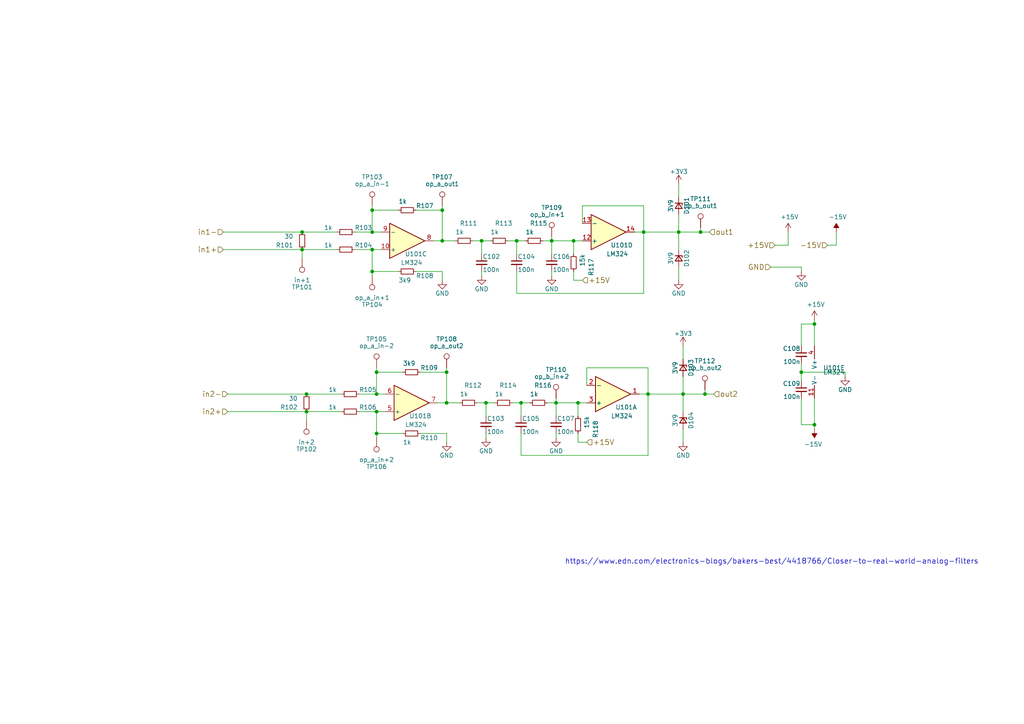
<source format=kicad_sch>
(kicad_sch (version 20211123) (generator eeschema)
  (paper "A4")
  (lib_symbols
    (symbol "Amplifier_Operational:LM324" (pin_names (offset 0.127))
      (property "Reference" "U" (at 0 5.08 0))
      (property "Value" "LM324" (at 0 -5.08 0))
      (symbol "LM324_1_1"
        (polyline (pts (xy -5.08 5.08) (xy 5.08 0) (xy -5.08 -5.08) (xy -5.08 5.08)) (stroke (width 0.254)) (fill (type background)))
        (pin output line (at 7.62 0 180) (length 2.54) (name "~") (number "1"))
        (pin input line (at -7.62 -2.54 0) (length 2.54) (name "-") (number "2"))
        (pin input line (at -7.62 2.54 0) (length 2.54) (name "+") (number "3"))
      )
      (symbol "LM324_2_1"
        (polyline (pts (xy -5.08 5.08) (xy 5.08 0) (xy -5.08 -5.08) (xy -5.08 5.08)) (stroke (width 0.254)) (fill (type background)))
        (pin input line (at -7.62 2.54 0) (length 2.54) (name "+") (number "5"))
        (pin input line (at -7.62 -2.54 0) (length 2.54) (name "-") (number "6"))
        (pin output line (at 7.62 0 180) (length 2.54) (name "~") (number "7"))
      )
      (symbol "LM324_3_1"
        (polyline (pts (xy -5.08 5.08) (xy 5.08 0) (xy -5.08 -5.08) (xy -5.08 5.08)) (stroke (width 0.254)) (fill (type background)))
        (pin input line (at -7.62 2.54 0) (length 2.54) (name "+") (number "10"))
        (pin output line (at 7.62 0 180) (length 2.54) (name "~") (number "8"))
        (pin input line (at -7.62 -2.54 0) (length 2.54) (name "-") (number "9"))
      )
      (symbol "LM324_4_1"
        (polyline (pts (xy -5.08 5.08) (xy 5.08 0) (xy -5.08 -5.08) (xy -5.08 5.08)) (stroke (width 0.254)) (fill (type background)))
        (pin input line (at -7.62 2.54 0) (length 2.54) (name "+") (number "12"))
        (pin input line (at -7.62 -2.54 0) (length 2.54) (name "-") (number "13"))
        (pin output line (at 7.62 0 180) (length 2.54) (name "~") (number "14"))
      )
      (symbol "LM324_5_1"
        (pin power_in line (at -2.54 -7.62 90) (length 3.81) (name "V-") (number "11"))
        (pin power_in line (at -2.54 7.62 270) (length 3.81) (name "V+") (number "4"))
      )
    )
    (symbol "Connector:TestPoint" (pin_numbers hide) (pin_names (offset 0.762) hide)
      (property "Reference" "TP" (at 0 6.858 0))
      (property "Value" "TestPoint" (at 0 5.08 0))
      (symbol "TestPoint_0_1"
        (circle (center 0 3.302) (radius 0.762))
      )
      (symbol "TestPoint_1_1"
        (pin passive line (at 0 0 90) (length 2.54) (name "1") (number "1"))
      )
    )
    (symbol "Device:C_Small" (pin_numbers hide) (pin_names (offset 0.254) hide)
      (property "Reference" "C" (at 0.254 1.778 0))
      (property "Value" "C_Small" (at 0.254 -2.032 0))
      (symbol "C_Small_0_1"
        (polyline (pts (xy -1.524 -0.508) (xy 1.524 -0.508)) (stroke (width 0.3302)))
        (polyline (pts (xy -1.524 0.508) (xy 1.524 0.508)) (stroke (width 0.3048)))
      )
      (symbol "C_Small_1_1"
        (pin passive line (at 0 2.54 270) (length 2.032) (name "~") (number "1"))
        (pin passive line (at 0 -2.54 90) (length 2.032) (name "~") (number "2"))
      )
    )
    (symbol "Device:D_Zener_Small" (pin_numbers hide) (pin_names (offset 0.254) hide)
      (property "Reference" "D" (at 0 2.286 0))
      (property "Value" "D_Zener_Small" (at 0 -2.286 0))
      (symbol "D_Zener_Small_0_1"
        (polyline (pts (xy 0.762 0) (xy -0.762 0)))
        (polyline (pts (xy -0.254 1.016) (xy -0.762 1.016) (xy -0.762 -1.016)) (stroke (width 0.254)))
        (polyline (pts (xy 0.762 1.016) (xy -0.762 0) (xy 0.762 -1.016) (xy 0.762 1.016)) (stroke (width 0.254)))
      )
      (symbol "D_Zener_Small_1_1"
        (pin passive line (at -2.54 0 0) (length 1.778) (name "K") (number "1"))
        (pin passive line (at 2.54 0 180) (length 1.778) (name "A") (number "2"))
      )
    )
    (symbol "Device:R_Small" (pin_numbers hide) (pin_names (offset 0.254) hide)
      (property "Reference" "R" (at 0.762 0.508 0))
      (property "Value" "R_Small" (at 0.762 -1.016 0))
      (symbol "R_Small_0_1"
        (rectangle (start -0.762 1.778) (end 0.762 -1.778) (stroke (width 0.2032)))
      )
      (symbol "R_Small_1_1"
        (pin passive line (at 0 2.54 270) (length 0.762) (name "~") (number "1"))
        (pin passive line (at 0 -2.54 90) (length 0.762) (name "~") (number "2"))
      )
    )
    (symbol "power:+15V" (power) (pin_names (offset 0))
      (property "Value" "+15V" (at 0 3.556 0))
      (symbol "+15V_0_1"
        (polyline (pts (xy -0.762 1.27) (xy 0 2.54)))
        (polyline (pts (xy 0 0) (xy 0 2.54)))
        (polyline (pts (xy 0 2.54) (xy 0.762 1.27)))
      )
      (symbol "+15V_1_1"
        (pin power_in line (at 0 0 90) (length 0) hide (name "+15V") (number "1"))
      )
    )
    (symbol "power:+3.3V" (power) (pin_names (offset 0))
      (property "Value" "+3.3V" (at 0 3.556 0))
      (symbol "+3.3V_0_1"
        (polyline (pts (xy -0.762 1.27) (xy 0 2.54)))
        (polyline (pts (xy 0 0) (xy 0 2.54)))
        (polyline (pts (xy 0 2.54) (xy 0.762 1.27)))
      )
      (symbol "+3.3V_1_1"
        (pin power_in line (at 0 0 90) (length 0) hide (name "+3V3") (number "1"))
      )
    )
    (symbol "power:-15V" (power) (pin_names (offset 0))
      (property "Value" "-15V" (at 0 3.81 0))
      (symbol "-15V_0_0"
        (pin power_in line (at 0 0 90) (length 0) hide (name "-15V") (number "1"))
      )
      (symbol "-15V_0_1"
        (polyline (pts (xy 0 0) (xy 0 1.27) (xy 0.762 1.27) (xy 0 2.54) (xy -0.762 1.27) (xy 0 1.27)) (fill (type outline)))
      )
    )
    (symbol "power:GND" (power) (pin_names (offset 0))
      (property "Value" "GND" (at 0 -3.81 0))
      (symbol "GND_0_1"
        (polyline (pts (xy 0 0) (xy 0 -1.27) (xy 1.27 -1.27) (xy 0 -2.54) (xy -1.27 -1.27) (xy 0 -1.27)))
      )
      (symbol "GND_1_1"
        (pin power_in line (at 0 0 270) (length 0) hide (name "GND") (number "1"))
      )
    )
  )
  (junction (at 139.7 69.85))
  (junction (at 204.47 114.3))
  (junction (at 107.95 60.96))
  (junction (at 149.86 69.85))
  (junction (at 151.13 116.84))
  (junction (at 109.22 119.38))
  (junction (at 236.22 93.98))
  (junction (at 186.69 67.31))
  (junction (at 187.96 114.3))
  (junction (at 109.22 114.3))
  (junction (at 88.9 119.38))
  (junction (at 198.12 114.3))
  (junction (at 109.22 107.95))
  (junction (at 128.27 60.96))
  (junction (at 87.63 67.31))
  (junction (at 167.64 116.84))
  (junction (at 107.95 67.31))
  (junction (at 109.22 125.73))
  (junction (at 107.95 72.39))
  (junction (at 87.63 72.39))
  (junction (at 203.2 67.31))
  (junction (at 166.37 69.85))
  (junction (at 160.02 69.85))
  (junction (at 236.22 123.19))
  (junction (at 88.9 114.3))
  (junction (at 129.54 116.84))
  (junction (at 196.85 67.31))
  (junction (at 128.27 69.85))
  (junction (at 107.95 78.74))
  (junction (at 140.97 116.84))
  (junction (at 232.41 107.95))
  (junction (at 161.29 116.84))
  (junction (at 129.54 107.95))
  (wire (pts (xy 129.54 128.27) (xy 129.54 125.73)))
  (wire (pts (xy 88.9 114.3) (xy 99.06 114.3)))
  (wire (pts (xy 151.13 116.84) (xy 153.67 116.84)))
  (wire (pts (xy 232.41 107.95) (xy 245.11 107.95)))
  (wire (pts (xy 166.37 69.85) (xy 168.91 69.85)))
  (wire (pts (xy 240.03 71.12) (xy 242.57 71.12)))
  (wire (pts (xy 140.97 116.84) (xy 143.51 116.84)))
  (wire (pts (xy 167.64 125.73) (xy 167.64 128.27)))
  (wire (pts (xy 232.41 107.95) (xy 232.41 105.41)))
  (wire (pts (xy 196.85 77.47) (xy 196.85 81.28)))
  (wire (pts (xy 88.9 119.38) (xy 88.9 121.92)))
  (wire (pts (xy 166.37 73.66) (xy 166.37 69.85)))
  (wire (pts (xy 128.27 78.74) (xy 120.65 78.74)))
  (wire (pts (xy 139.7 69.85) (xy 142.24 69.85)))
  (wire (pts (xy 236.22 123.19) (xy 236.22 124.46)))
  (wire (pts (xy 151.13 120.65) (xy 151.13 116.84)))
  (wire (pts (xy 115.57 60.96) (xy 107.95 60.96)))
  (wire (pts (xy 168.91 59.69) (xy 168.91 64.77)))
  (wire (pts (xy 198.12 119.38) (xy 198.12 114.3)))
  (wire (pts (xy 166.37 81.28) (xy 168.91 81.28)))
  (wire (pts (xy 109.22 125.73) (xy 109.22 127)))
  (wire (pts (xy 127 116.84) (xy 129.54 116.84)))
  (wire (pts (xy 128.27 59.69) (xy 128.27 60.96)))
  (wire (pts (xy 167.64 116.84) (xy 170.18 116.84)))
  (wire (pts (xy 102.87 67.31) (xy 107.95 67.31)))
  (wire (pts (xy 149.86 73.66) (xy 149.86 69.85)))
  (wire (pts (xy 88.9 119.38) (xy 99.06 119.38)))
  (wire (pts (xy 129.54 125.73) (xy 121.92 125.73)))
  (wire (pts (xy 160.02 69.85) (xy 160.02 73.66)))
  (wire (pts (xy 87.63 72.39) (xy 87.63 74.93)))
  (wire (pts (xy 198.12 124.46) (xy 198.12 128.27)))
  (wire (pts (xy 107.95 67.31) (xy 110.49 67.31)))
  (wire (pts (xy 107.95 59.69) (xy 107.95 60.96)))
  (wire (pts (xy 187.96 114.3) (xy 187.96 132.08)))
  (wire (pts (xy 149.86 69.85) (xy 152.4 69.85)))
  (wire (pts (xy 196.85 57.15) (xy 196.85 53.34)))
  (wire (pts (xy 232.41 93.98) (xy 232.41 100.33)))
  (wire (pts (xy 204.47 114.3) (xy 204.47 113.03)))
  (wire (pts (xy 121.92 107.95) (xy 129.54 107.95)))
  (wire (pts (xy 232.41 110.49) (xy 232.41 107.95)))
  (wire (pts (xy 198.12 109.22) (xy 198.12 114.3)))
  (wire (pts (xy 129.54 106.68) (xy 129.54 107.95)))
  (wire (pts (xy 168.91 59.69) (xy 186.69 59.69)))
  (wire (pts (xy 187.96 106.68) (xy 187.96 114.3)))
  (wire (pts (xy 204.47 114.3) (xy 207.01 114.3)))
  (wire (pts (xy 161.29 125.73) (xy 161.29 127)))
  (wire (pts (xy 109.22 114.3) (xy 111.76 114.3)))
  (wire (pts (xy 160.02 69.85) (xy 166.37 69.85)))
  (wire (pts (xy 116.84 107.95) (xy 109.22 107.95)))
  (wire (pts (xy 203.2 67.31) (xy 203.2 66.04)))
  (wire (pts (xy 236.22 123.19) (xy 232.41 123.19)))
  (wire (pts (xy 147.32 69.85) (xy 149.86 69.85)))
  (wire (pts (xy 245.11 107.95) (xy 245.11 109.22)))
  (wire (pts (xy 129.54 107.95) (xy 129.54 116.84)))
  (wire (pts (xy 151.13 132.08) (xy 151.13 125.73)))
  (wire (pts (xy 186.69 59.69) (xy 186.69 67.31)))
  (wire (pts (xy 109.22 119.38) (xy 111.76 119.38)))
  (wire (pts (xy 158.75 116.84) (xy 161.29 116.84)))
  (wire (pts (xy 64.77 72.39) (xy 87.63 72.39)))
  (wire (pts (xy 186.69 67.31) (xy 186.69 85.09)))
  (wire (pts (xy 120.65 60.96) (xy 128.27 60.96)))
  (wire (pts (xy 139.7 80.01) (xy 139.7 78.74)))
  (wire (pts (xy 104.14 114.3) (xy 109.22 114.3)))
  (wire (pts (xy 186.69 67.31) (xy 196.85 67.31)))
  (wire (pts (xy 161.29 115.57) (xy 161.29 116.84)))
  (wire (pts (xy 236.22 115.57) (xy 236.22 123.19)))
  (wire (pts (xy 66.04 119.38) (xy 88.9 119.38)))
  (wire (pts (xy 160.02 68.58) (xy 160.02 69.85)))
  (wire (pts (xy 128.27 81.28) (xy 128.27 78.74)))
  (wire (pts (xy 151.13 132.08) (xy 187.96 132.08)))
  (wire (pts (xy 196.85 72.39) (xy 196.85 67.31)))
  (wire (pts (xy 137.16 69.85) (xy 139.7 69.85)))
  (wire (pts (xy 161.29 116.84) (xy 167.64 116.84)))
  (wire (pts (xy 107.95 78.74) (xy 115.57 78.74)))
  (wire (pts (xy 140.97 120.65) (xy 140.97 116.84)))
  (wire (pts (xy 203.2 67.31) (xy 205.74 67.31)))
  (wire (pts (xy 223.52 77.47) (xy 232.41 77.47)))
  (wire (pts (xy 109.22 107.95) (xy 109.22 114.3)))
  (wire (pts (xy 236.22 93.98) (xy 236.22 100.33)))
  (wire (pts (xy 187.96 114.3) (xy 198.12 114.3)))
  (wire (pts (xy 109.22 125.73) (xy 116.84 125.73)))
  (wire (pts (xy 196.85 62.23) (xy 196.85 67.31)))
  (wire (pts (xy 184.15 67.31) (xy 186.69 67.31)))
  (wire (pts (xy 128.27 60.96) (xy 128.27 69.85)))
  (wire (pts (xy 107.95 72.39) (xy 107.95 78.74)))
  (wire (pts (xy 157.48 69.85) (xy 160.02 69.85)))
  (wire (pts (xy 107.95 72.39) (xy 110.49 72.39)))
  (wire (pts (xy 149.86 85.09) (xy 149.86 78.74)))
  (wire (pts (xy 167.64 120.65) (xy 167.64 116.84)))
  (wire (pts (xy 102.87 72.39) (xy 107.95 72.39)))
  (wire (pts (xy 166.37 78.74) (xy 166.37 81.28)))
  (wire (pts (xy 139.7 73.66) (xy 139.7 69.85)))
  (wire (pts (xy 232.41 115.57) (xy 232.41 123.19)))
  (wire (pts (xy 107.95 60.96) (xy 107.95 67.31)))
  (wire (pts (xy 170.18 106.68) (xy 170.18 111.76)))
  (wire (pts (xy 66.04 114.3) (xy 88.9 114.3)))
  (wire (pts (xy 107.95 78.74) (xy 107.95 80.01)))
  (wire (pts (xy 198.12 114.3) (xy 204.47 114.3)))
  (wire (pts (xy 170.18 106.68) (xy 187.96 106.68)))
  (wire (pts (xy 198.12 104.14) (xy 198.12 100.33)))
  (wire (pts (xy 236.22 93.98) (xy 232.41 93.98)))
  (wire (pts (xy 160.02 78.74) (xy 160.02 80.01)))
  (wire (pts (xy 196.85 67.31) (xy 203.2 67.31)))
  (wire (pts (xy 232.41 77.47) (xy 232.41 78.74)))
  (wire (pts (xy 149.86 85.09) (xy 186.69 85.09)))
  (wire (pts (xy 104.14 119.38) (xy 109.22 119.38)))
  (wire (pts (xy 87.63 72.39) (xy 97.79 72.39)))
  (wire (pts (xy 242.57 71.12) (xy 242.57 67.31)))
  (wire (pts (xy 138.43 116.84) (xy 140.97 116.84)))
  (wire (pts (xy 167.64 128.27) (xy 170.18 128.27)))
  (wire (pts (xy 228.6 71.12) (xy 228.6 67.31)))
  (wire (pts (xy 64.77 67.31) (xy 87.63 67.31)))
  (wire (pts (xy 128.27 69.85) (xy 132.08 69.85)))
  (wire (pts (xy 129.54 116.84) (xy 133.35 116.84)))
  (wire (pts (xy 125.73 69.85) (xy 128.27 69.85)))
  (wire (pts (xy 148.59 116.84) (xy 151.13 116.84)))
  (wire (pts (xy 185.42 114.3) (xy 187.96 114.3)))
  (wire (pts (xy 224.79 71.12) (xy 228.6 71.12)))
  (wire (pts (xy 109.22 119.38) (xy 109.22 125.73)))
  (wire (pts (xy 236.22 92.71) (xy 236.22 93.98)))
  (wire (pts (xy 109.22 106.68) (xy 109.22 107.95)))
  (wire (pts (xy 161.29 116.84) (xy 161.29 120.65)))
  (wire (pts (xy 87.63 67.31) (xy 97.79 67.31)))
  (wire (pts (xy 140.97 127) (xy 140.97 125.73)))
  (text "https://www.edn.com/electronics-blogs/bakers-best/4418766/Closer-to-real-world-analog-filters" (at 163.83 163.83 0) (effects (font (size 1.524 1.524)) (justify left bottom)))
  (hierarchical_label "+15V" (shape input) (at 224.79 71.12 180) (effects (font (size 1.524 1.524))))
  (hierarchical_label "in2+" (shape input) (at 66.04 119.38 180) (effects (font (size 1.524 1.524))))
  (hierarchical_label "-15V" (shape input) (at 240.03 71.12 180) (effects (font (size 1.524 1.524))))
  (hierarchical_label "out1" (shape input) (at 205.74 67.31 0) (effects (font (size 1.524 1.524))))
  (hierarchical_label "in2-" (shape input) (at 66.04 114.3 180) (effects (font (size 1.524 1.524))))
  (hierarchical_label "+15V" (shape input) (at 170.18 128.27 0) (effects (font (size 1.524 1.524))))
  (hierarchical_label "in1+" (shape input) (at 64.77 72.39 180) (effects (font (size 1.524 1.524))))
  (hierarchical_label "out2" (shape input) (at 207.01 114.3 0) (effects (font (size 1.524 1.524))))
  (hierarchical_label "in1-" (shape input) (at 64.77 67.31 180) (effects (font (size 1.524 1.524))))
  (hierarchical_label "+15V" (shape input) (at 168.91 81.28 0) (effects (font (size 1.524 1.524))))
  (hierarchical_label "GND" (shape input) (at 223.52 77.47 180) (effects (font (size 1.524 1.524))))
  (symbol (lib_id "Device:R_Small") (at 100.33 67.31 270) (unit 1)
    (property "Reference" "R103" (at 102.87 66.04 90) (effects (justify left)))
    (property "Value" "1k" (at 93.98 66.04 90) (effects (justify left)))
    (property "Footprint" "Resistor_SMD:R_0603_1608Metric_Pad0.98x0.95mm_HandSolder" (effects hide))
  )
  (symbol (lib_id "Device:R_Small") (at 100.33 72.39 270) (unit 1)
    (property "Reference" "R104" (at 102.87 71.12 90) (effects (justify left)))
    (property "Value" "1k" (at 93.98 71.12 90) (effects (justify left)))
    (property "Footprint" "Resistor_SMD:R_0603_1608Metric_Pad0.98x0.95mm_HandSolder" (effects hide))
  )
  (symbol (lib_id "Device:R_Small") (at 144.78 69.85 270) (unit 1)
    (property "Reference" "R113" (at 143.51 64.77 90) (effects (justify left)))
    (property "Value" "1k" (at 142.24 67.31 90) (effects (justify left)))
    (property "Footprint" "Resistor_SMD:R_0603_1608Metric_Pad0.98x0.95mm_HandSolder" (effects hide))
  )
  (symbol (lib_id "Device:R_Small") (at 154.94 69.85 270) (unit 1)
    (property "Reference" "R115" (at 153.67 64.77 90) (effects (justify left)))
    (property "Value" "1k" (at 152.4 67.31 90) (effects (justify left)))
    (property "Footprint" "Resistor_SMD:R_0603_1608Metric_Pad0.98x0.95mm_HandSolder" (effects hide))
  )
  (symbol (lib_id "Device:C_Small") (at 160.02 76.2 0) (unit 1)
    (property "Reference" "C106" (at 160.274 74.422 0) (effects (justify left)))
    (property "Value" "100n" (at 160.274 78.232 0) (effects (justify left)))
    (property "Footprint" "Capacitor_SMD:C_0603_1608Metric_Pad1.08x0.95mm_HandSolder" (effects hide))
  )
  (symbol (lib_id "Device:C_Small") (at 149.86 76.2 0) (unit 1)
    (property "Reference" "C104" (at 150.114 74.422 0) (effects (justify left)))
    (property "Value" "100n" (at 150.114 78.232 0) (effects (justify left)))
    (property "Footprint" "Capacitor_SMD:C_0603_1608Metric_Pad1.08x0.95mm_HandSolder" (effects hide))
  )
  (symbol (lib_id "Connector:TestPoint") (at 128.27 59.69 0) (unit 1)
    (property "Reference" "TP107" (at 128.27 52.07 0) (effects (justify bottom)))
    (property "Value" "op_a_out1" (at 128.27 53.34 0))
    (property "Footprint" "TestPoint:TestPoint_Pad_2.0x2.0mm" (effects hide))
  )
  (symbol (lib_id "Device:R_Small") (at 118.11 60.96 270) (unit 1)
    (property "Reference" "R107" (at 120.65 59.69 90) (effects (justify left)))
    (property "Value" "1k" (at 115.57 58.42 90) (effects (justify left)))
    (property "Footprint" "Resistor_SMD:R_0603_1608Metric_Pad0.98x0.95mm_HandSolder" (effects hide))
  )
  (symbol (lib_id "Device:R_Small") (at 118.11 78.74 270) (mirror x) (unit 1)
    (property "Reference" "R108" (at 120.65 80.01 90) (effects (justify left)))
    (property "Value" "3k9" (at 115.57 81.28 90) (effects (justify left)))
    (property "Footprint" "Resistor_SMD:R_0603_1608Metric_Pad0.98x0.95mm_HandSolder" (effects hide))
  )
  (symbol (lib_id "Connector:TestPoint") (at 107.95 59.69 0) (unit 1)
    (property "Reference" "TP103" (at 107.95 52.07 0) (effects (justify bottom)))
    (property "Value" "op_a_in-1" (at 107.95 53.34 0))
    (property "Footprint" "TestPoint:TestPoint_Pad_2.0x2.0mm" (effects hide))
  )
  (symbol (lib_id "Connector:TestPoint") (at 107.95 80.01 180) (unit 1)
    (property "Reference" "TP104" (at 107.95 87.63 0) (effects (justify bottom)))
    (property "Value" "op_a_in+1" (at 107.95 86.36 0))
    (property "Footprint" "TestPoint:TestPoint_Pad_2.0x2.0mm" (effects hide))
  )
  (symbol (lib_id "Device:R_Small") (at 87.63 69.85 180) (unit 1)
    (property "Reference" "R101" (at 85.09 71.12 0) (effects (justify left)))
    (property "Value" "30" (at 85.09 68.58 0) (effects (justify left)))
    (property "Footprint" "Resistor_SMD:R_0603_1608Metric_Pad0.98x0.95mm_HandSolder" (effects hide))
  )
  (symbol (lib_id "Connector:TestPoint") (at 203.2 66.04 0) (unit 1)
    (property "Reference" "TP111" (at 203.2 58.42 0) (effects (justify bottom)))
    (property "Value" "op_b_out1" (at 203.2 59.69 0))
    (property "Footprint" "TestPoint:TestPoint_Pad_2.0x2.0mm" (effects hide))
  )
  (symbol (lib_id "Connector:TestPoint") (at 160.02 68.58 0) (mirror y) (unit 1)
    (property "Reference" "TP109" (at 160.02 60.96 0) (effects (justify bottom)))
    (property "Value" "op_b_in+1" (at 158.75 62.23 0))
    (property "Footprint" "TestPoint:TestPoint_Pad_2.0x2.0mm" (effects hide))
  )
  (symbol (lib_id "Connector:TestPoint") (at 87.63 74.93 180) (unit 1)
    (property "Reference" "TP101" (at 87.63 82.55 0) (effects (justify bottom)))
    (property "Value" "in+1" (at 87.63 81.28 0))
    (property "Footprint" "TestPoint:TestPoint_Pad_2.0x2.0mm" (effects hide))
  )
  (symbol (lib_id "power:GND") (at 232.41 78.74 0) (unit 1)
    (property "Reference" "#PWR0122" (effects hide))
    (property "Value" "GND" (at 232.41 82.55 0))
  )
  (symbol (lib_id "Device:R_Small") (at 134.62 69.85 270) (unit 1)
    (property "Reference" "R111" (at 133.35 64.77 90) (effects (justify left)))
    (property "Value" "1k" (at 132.08 67.31 90) (effects (justify left)))
    (property "Footprint" "Resistor_SMD:R_0603_1608Metric_Pad0.98x0.95mm_HandSolder" (effects hide))
  )
  (symbol (lib_id "Device:C_Small") (at 139.7 76.2 0) (unit 1)
    (property "Reference" "C102" (at 139.954 74.422 0) (effects (justify left)))
    (property "Value" "100n" (at 139.954 78.232 0) (effects (justify left)))
    (property "Footprint" "Capacitor_SMD:C_0603_1608Metric_Pad1.08x0.95mm_HandSolder" (effects hide))
  )
  (symbol (lib_id "power:GND") (at 196.85 81.28 0) (unit 1)
    (property "Reference" "#PWR0116" (effects hide))
    (property "Value" "GND" (at 196.85 85.09 0))
  )
  (symbol (lib_id "power:GND") (at 160.02 80.01 0) (unit 1)
    (property "Reference" "#PWR0113" (effects hide))
    (property "Value" "GND" (at 160.02 83.82 0))
  )
  (symbol (lib_id "power:GND") (at 139.7 80.01 0) (unit 1)
    (property "Reference" "#PWR0111" (effects hide))
    (property "Value" "GND" (at 139.7 83.82 0))
  )
  (symbol (lib_id "power:GND") (at 128.27 81.28 0) (unit 1)
    (property "Reference" "#PWR0109" (effects hide))
    (property "Value" "GND" (at 128.27 85.09 0))
  )
  (symbol (lib_id "Amplifier_Operational:LM324") (at 118.11 69.85 0) (mirror x) (unit 3)
    (property "Reference" "U101" (at 120.65 73.66 0))
    (property "Value" "LM324" (at 119.38 76.2 0))
    (property "Footprint" "Package_SO:SOIC-14_3.9x8.7mm_P1.27mm" (effects hide))
    (property "Datasheet" "http://www.ti.com/lit/ds/symlink/lm2902-n.pdf" (effects hide))
  )
  (symbol (lib_id "Amplifier_Operational:LM324") (at 176.53 67.31 0) (mirror x) (unit 4)
    (property "Reference" "U101" (at 180.34 71.12 0))
    (property "Value" "LM324" (at 179.07 73.66 0))
    (property "Footprint" "Package_SO:SOIC-14_3.9x8.7mm_P1.27mm" (effects hide))
    (property "Datasheet" "http://www.ti.com/lit/ds/symlink/lm2902-n.pdf" (effects hide))
  )
  (symbol (lib_id "Amplifier_Operational:LM324") (at 233.68 107.95 0) (mirror y) (unit 5)
    (property "Reference" "U101" (at 238.76 106.68 0) (effects (justify right)))
    (property "Value" "LM324" (at 238.76 107.95 0) (effects (justify right)))
    (property "Footprint" "Package_SO:SOIC-14_3.9x8.7mm_P1.27mm" (effects hide))
    (property "Datasheet" "http://www.ti.com/lit/ds/symlink/lm2902-n.pdf" (effects hide))
  )
  (symbol (lib_id "Device:C_Small") (at 232.41 102.87 0) (mirror y) (unit 1)
    (property "Reference" "C108" (at 232.156 101.092 0) (effects (justify left)))
    (property "Value" "100n" (at 232.156 104.902 0) (effects (justify left)))
    (property "Footprint" "Capacitor_SMD:C_0603_1608Metric_Pad1.08x0.95mm_HandSolder" (effects hide))
  )
  (symbol (lib_id "Device:D_Zener_Small") (at 196.85 59.69 270) (unit 1)
    (property "Reference" "D101" (at 199.136 59.69 0))
    (property "Value" "3V9" (at 194.564 59.69 0))
    (property "Footprint" "Diode_SMD:D_MiniMELF_Handsoldering" (effects hide))
  )
  (symbol (lib_id "Device:R_Small") (at 166.37 76.2 180) (unit 1)
    (property "Reference" "R117" (at 171.45 74.93 90) (effects (justify left)))
    (property "Value" "15k" (at 168.91 73.66 90) (effects (justify left)))
    (property "Footprint" "Resistor_SMD:R_0603_1608Metric_Pad0.98x0.95mm_HandSolder" (effects hide))
  )
  (symbol (lib_id "power:+15V") (at 228.6 67.31 0) (unit 1)
    (property "Reference" "#PWR0121" (effects hide))
    (property "Value" "+15V" (at 228.981 62.9158 0))
  )
  (symbol (lib_id "power:-15V") (at 242.57 67.31 0) (unit 1)
    (property "Reference" "#PWR0124" (effects hide))
    (property "Value" "-15V" (at 242.951 62.9158 0))
  )
  (symbol (lib_id "Device:C_Small") (at 232.41 113.03 0) (mirror y) (unit 1)
    (property "Reference" "C109" (at 232.156 111.252 0) (effects (justify left)))
    (property "Value" "100n" (at 232.156 115.062 0) (effects (justify left)))
    (property "Footprint" "Capacitor_SMD:C_0603_1608Metric_Pad1.08x0.95mm_HandSolder" (effects hide))
  )
  (symbol (lib_id "power:+15V") (at 236.22 92.71 0) (unit 1)
    (property "Reference" "#PWR0119" (effects hide))
    (property "Value" "+15V" (at 236.601 88.3158 0))
  )
  (symbol (lib_id "power:-15V") (at 236.22 124.46 180) (unit 1)
    (property "Reference" "#PWR0120" (effects hide))
    (property "Value" "-15V" (at 235.839 128.8542 0))
  )
  (symbol (lib_id "power:GND") (at 245.11 109.22 0) (unit 1)
    (property "Reference" "#PWR0123" (effects hide))
    (property "Value" "GND" (at 245.11 113.03 0))
  )
  (symbol (lib_id "Device:R_Small") (at 101.6 114.3 270) (unit 1)
    (property "Reference" "R105" (at 104.14 113.03 90) (effects (justify left)))
    (property "Value" "1k" (at 95.25 113.03 90) (effects (justify left)))
    (property "Footprint" "Resistor_SMD:R_0603_1608Metric_Pad0.98x0.95mm_HandSolder" (effects hide))
  )
  (symbol (lib_id "Device:R_Small") (at 101.6 119.38 270) (unit 1)
    (property "Reference" "R106" (at 104.14 118.11 90) (effects (justify left)))
    (property "Value" "1k" (at 95.25 118.11 90) (effects (justify left)))
    (property "Footprint" "Resistor_SMD:R_0603_1608Metric_Pad0.98x0.95mm_HandSolder" (effects hide))
  )
  (symbol (lib_id "Device:R_Small") (at 146.05 116.84 270) (unit 1)
    (property "Reference" "R114" (at 144.78 111.76 90) (effects (justify left)))
    (property "Value" "1k" (at 143.51 114.3 90) (effects (justify left)))
    (property "Footprint" "Resistor_SMD:R_0603_1608Metric_Pad0.98x0.95mm_HandSolder" (effects hide))
  )
  (symbol (lib_id "Device:R_Small") (at 156.21 116.84 270) (unit 1)
    (property "Reference" "R116" (at 154.94 111.76 90) (effects (justify left)))
    (property "Value" "1k" (at 153.67 114.3 90) (effects (justify left)))
    (property "Footprint" "Resistor_SMD:R_0603_1608Metric_Pad0.98x0.95mm_HandSolder" (effects hide))
  )
  (symbol (lib_id "Device:C_Small") (at 161.29 123.19 0) (unit 1)
    (property "Reference" "C107" (at 161.544 121.412 0) (effects (justify left)))
    (property "Value" "100n" (at 161.544 125.222 0) (effects (justify left)))
    (property "Footprint" "Capacitor_SMD:C_0603_1608Metric_Pad1.08x0.95mm_HandSolder" (effects hide))
  )
  (symbol (lib_id "Device:C_Small") (at 151.13 123.19 0) (unit 1)
    (property "Reference" "C105" (at 151.384 121.412 0) (effects (justify left)))
    (property "Value" "100n" (at 151.384 125.222 0) (effects (justify left)))
    (property "Footprint" "Capacitor_SMD:C_0603_1608Metric_Pad1.08x0.95mm_HandSolder" (effects hide))
  )
  (symbol (lib_id "Connector:TestPoint") (at 129.54 106.68 0) (unit 1)
    (property "Reference" "TP108" (at 129.54 99.06 0) (effects (justify bottom)))
    (property "Value" "op_a_out2" (at 129.54 100.33 0))
    (property "Footprint" "TestPoint:TestPoint_Pad_2.0x2.0mm" (effects hide))
  )
  (symbol (lib_id "Device:R_Small") (at 119.38 107.95 270) (unit 1)
    (property "Reference" "R109" (at 121.92 106.68 90) (effects (justify left)))
    (property "Value" "3k9" (at 116.84 105.41 90) (effects (justify left)))
    (property "Footprint" "Resistor_SMD:R_0603_1608Metric_Pad0.98x0.95mm_HandSolder" (effects hide))
  )
  (symbol (lib_id "Device:R_Small") (at 119.38 125.73 270) (mirror x) (unit 1)
    (property "Reference" "R110" (at 121.92 127 90) (effects (justify left)))
    (property "Value" "1k" (at 116.84 128.27 90) (effects (justify left)))
    (property "Footprint" "Resistor_SMD:R_0603_1608Metric_Pad0.98x0.95mm_HandSolder" (effects hide))
  )
  (symbol (lib_id "Connector:TestPoint") (at 109.22 106.68 0) (unit 1)
    (property "Reference" "TP105" (at 109.22 99.06 0) (effects (justify bottom)))
    (property "Value" "op_a_in-2" (at 109.22 100.33 0))
    (property "Footprint" "TestPoint:TestPoint_Pad_2.0x2.0mm" (effects hide))
  )
  (symbol (lib_id "Connector:TestPoint") (at 109.22 127 180) (unit 1)
    (property "Reference" "TP106" (at 109.22 134.62 0) (effects (justify bottom)))
    (property "Value" "op_a_in+2" (at 109.22 133.35 0))
    (property "Footprint" "TestPoint:TestPoint_Pad_2.0x2.0mm" (effects hide))
  )
  (symbol (lib_id "Device:R_Small") (at 88.9 116.84 180) (unit 1)
    (property "Reference" "R102" (at 86.36 118.11 0) (effects (justify left)))
    (property "Value" "30" (at 86.36 115.57 0) (effects (justify left)))
    (property "Footprint" "Resistor_SMD:R_0603_1608Metric_Pad0.98x0.95mm_HandSolder" (effects hide))
  )
  (symbol (lib_id "Connector:TestPoint") (at 204.47 113.03 0) (unit 1)
    (property "Reference" "TP112" (at 204.47 105.41 0) (effects (justify bottom)))
    (property "Value" "op_b_out2" (at 204.47 106.68 0))
    (property "Footprint" "TestPoint:TestPoint_Pad_2.0x2.0mm" (effects hide))
  )
  (symbol (lib_id "Connector:TestPoint") (at 161.29 115.57 0) (mirror y) (unit 1)
    (property "Reference" "TP110" (at 161.29 107.95 0) (effects (justify bottom)))
    (property "Value" "op_b_in+2" (at 160.02 109.22 0))
    (property "Footprint" "TestPoint:TestPoint_Pad_2.0x2.0mm" (effects hide))
  )
  (symbol (lib_id "Connector:TestPoint") (at 88.9 121.92 180) (unit 1)
    (property "Reference" "TP102" (at 88.9 129.54 0) (effects (justify bottom)))
    (property "Value" "in+2" (at 88.9 128.27 0))
    (property "Footprint" "TestPoint:TestPoint_Pad_2.0x2.0mm" (effects hide))
  )
  (symbol (lib_id "Device:R_Small") (at 135.89 116.84 270) (unit 1)
    (property "Reference" "R112" (at 134.62 111.76 90) (effects (justify left)))
    (property "Value" "1k" (at 133.35 114.3 90) (effects (justify left)))
    (property "Footprint" "Resistor_SMD:R_0603_1608Metric_Pad0.98x0.95mm_HandSolder" (effects hide))
  )
  (symbol (lib_id "Device:C_Small") (at 140.97 123.19 0) (unit 1)
    (property "Reference" "C103" (at 141.224 121.412 0) (effects (justify left)))
    (property "Value" "100n" (at 141.224 125.222 0) (effects (justify left)))
    (property "Footprint" "Capacitor_SMD:C_0603_1608Metric_Pad1.08x0.95mm_HandSolder" (effects hide))
  )
  (symbol (lib_id "Amplifier_Operational:LM324") (at 119.38 116.84 0) (mirror x) (unit 2)
    (property "Reference" "U101" (at 121.92 120.65 0))
    (property "Value" "LM324" (at 120.65 123.19 0))
    (property "Footprint" "Package_SO:SOIC-14_3.9x8.7mm_P1.27mm" (effects hide))
    (property "Datasheet" "http://www.ti.com/lit/ds/symlink/lm2902-n.pdf" (effects hide))
  )
  (symbol (lib_id "Amplifier_Operational:LM324") (at 177.8 114.3 0) (mirror x) (unit 1)
    (property "Reference" "U101" (at 181.61 118.11 0))
    (property "Value" "LM324" (at 180.34 120.65 0))
    (property "Footprint" "Package_SO:SOIC-14_3.9x8.7mm_P1.27mm" (effects hide))
    (property "Datasheet" "http://www.ti.com/lit/ds/symlink/lm2902-n.pdf" (effects hide))
  )
  (symbol (lib_id "power:GND") (at 198.12 128.27 0) (unit 1)
    (property "Reference" "#PWR0118" (effects hide))
    (property "Value" "GND" (at 198.12 132.08 0))
  )
  (symbol (lib_id "power:GND") (at 161.29 127 0) (unit 1)
    (property "Reference" "#PWR0114" (effects hide))
    (property "Value" "GND" (at 161.29 130.81 0))
  )
  (symbol (lib_id "power:GND") (at 140.97 127 0) (unit 1)
    (property "Reference" "#PWR0112" (effects hide))
    (property "Value" "GND" (at 140.97 130.81 0))
  )
  (symbol (lib_id "power:GND") (at 129.54 128.27 0) (unit 1)
    (property "Reference" "#PWR0110" (effects hide))
    (property "Value" "GND" (at 129.54 132.08 0))
  )
  (symbol (lib_id "Device:R_Small") (at 167.64 123.19 180) (unit 1)
    (property "Reference" "R118" (at 172.72 121.92 90) (effects (justify left)))
    (property "Value" "15k" (at 170.18 120.65 90) (effects (justify left)))
    (property "Footprint" "Resistor_SMD:R_0603_1608Metric_Pad0.98x0.95mm_HandSolder" (effects hide))
  )
  (symbol (lib_id "Device:D_Zener_Small") (at 198.12 106.68 270) (unit 1)
    (property "Reference" "D103" (at 200.406 106.68 0))
    (property "Value" "3V9" (at 195.834 106.68 0))
    (property "Footprint" "Diode_SMD:D_MiniMELF_Handsoldering" (effects hide))
  )
  (symbol (lib_id "Device:D_Zener_Small") (at 198.12 121.92 270) (unit 1)
    (property "Reference" "D104" (at 200.406 121.92 0))
    (property "Value" "3V9" (at 195.834 121.92 0))
    (property "Footprint" "Diode_SMD:D_MiniMELF_Handsoldering" (effects hide))
  )
  (symbol (lib_id "power:+3.3V") (at 196.85 53.34 0) (unit 1)
    (property "Reference" "#PWR0115" (effects hide))
    (property "Value" "+3.3V" (at 196.85 49.7642 0))
  )
  (symbol (lib_id "power:+3.3V") (at 198.12 100.33 0) (unit 1)
    (property "Reference" "#PWR0117" (effects hide))
    (property "Value" "+3.3V" (at 198.12 96.7542 0))
  )
  (symbol (lib_id "Device:D_Zener_Small") (at 196.85 74.93 270) (unit 1)
    (property "Reference" "D102" (at 199.136 74.93 0))
    (property "Value" "3V9" (at 194.564 74.93 0))
    (property "Footprint" "Diode_SMD:D_MiniMELF_Handsoldering" (effects hide))
  )
)
</source>
